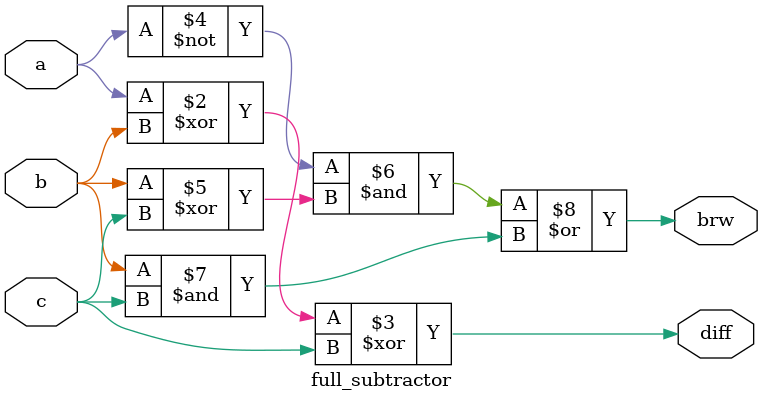
<source format=v>
`timescale 1ns / 1ps

module full_subtractor(
    input a,b,c,
    output reg diff,brw
    );
always@(*) begin

diff=a^b^c;
brw= (~ a) &(b^c) | b&c; 

end
endmodule

</source>
